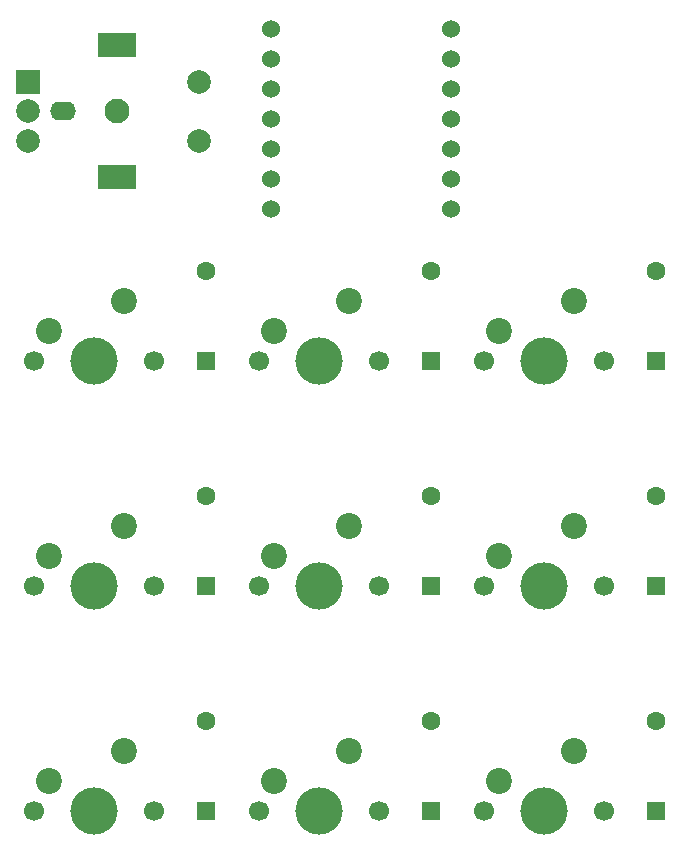
<source format=gbr>
%TF.GenerationSoftware,KiCad,Pcbnew,9.0.2*%
%TF.CreationDate,2025-06-04T18:16:37-04:00*%
%TF.ProjectId,HackpadAllan,4861636b-7061-4644-916c-6c616e2e6b69,rev?*%
%TF.SameCoordinates,Original*%
%TF.FileFunction,Soldermask,Top*%
%TF.FilePolarity,Negative*%
%FSLAX46Y46*%
G04 Gerber Fmt 4.6, Leading zero omitted, Abs format (unit mm)*
G04 Created by KiCad (PCBNEW 9.0.2) date 2025-06-04 18:16:37*
%MOMM*%
%LPD*%
G01*
G04 APERTURE LIST*
G04 Aperture macros list*
%AMRoundRect*
0 Rectangle with rounded corners*
0 $1 Rounding radius*
0 $2 $3 $4 $5 $6 $7 $8 $9 X,Y pos of 4 corners*
0 Add a 4 corners polygon primitive as box body*
4,1,4,$2,$3,$4,$5,$6,$7,$8,$9,$2,$3,0*
0 Add four circle primitives for the rounded corners*
1,1,$1+$1,$2,$3*
1,1,$1+$1,$4,$5*
1,1,$1+$1,$6,$7*
1,1,$1+$1,$8,$9*
0 Add four rect primitives between the rounded corners*
20,1,$1+$1,$2,$3,$4,$5,0*
20,1,$1+$1,$4,$5,$6,$7,0*
20,1,$1+$1,$6,$7,$8,$9,0*
20,1,$1+$1,$8,$9,$2,$3,0*%
G04 Aperture macros list end*
%ADD10RoundRect,0.250000X0.550000X-0.550000X0.550000X0.550000X-0.550000X0.550000X-0.550000X-0.550000X0*%
%ADD11C,1.600000*%
%ADD12C,2.200000*%
%ADD13C,1.700000*%
%ADD14C,4.000000*%
%ADD15C,2.000000*%
%ADD16R,3.200000X2.000000*%
%ADD17R,2.000000X2.000000*%
%ADD18C,2.100000*%
%ADD19O,2.200000X1.600000*%
%ADD20C,1.524000*%
G04 APERTURE END LIST*
D10*
%TO.C,D9*%
X178575000Y-126100000D03*
D11*
X178575000Y-118480000D03*
%TD*%
D10*
%TO.C,D8*%
X159525000Y-126100000D03*
D11*
X159525000Y-118480000D03*
%TD*%
D10*
%TO.C,D7*%
X140475000Y-126100000D03*
D11*
X140475000Y-118480000D03*
%TD*%
D10*
%TO.C,D6*%
X178575000Y-107050000D03*
D11*
X178575000Y-99430000D03*
%TD*%
D10*
%TO.C,D5*%
X159525000Y-107050000D03*
D11*
X159525000Y-99430000D03*
%TD*%
D10*
%TO.C,D4*%
X140475000Y-107050000D03*
D11*
X140475000Y-99430000D03*
%TD*%
D10*
%TO.C,D3*%
X178575000Y-88000000D03*
D11*
X178575000Y-80380000D03*
%TD*%
D10*
%TO.C,D2*%
X159525000Y-88000000D03*
D11*
X159525000Y-80380000D03*
%TD*%
D10*
%TO.C,D1*%
X140475000Y-88000000D03*
D11*
X140475000Y-80380000D03*
%TD*%
D12*
%TO.C,SW1*%
X127140000Y-85460000D03*
X133490000Y-82920000D03*
D13*
X136030000Y-88000000D03*
D14*
X130950000Y-88000000D03*
D13*
X125870000Y-88000000D03*
%TD*%
D12*
%TO.C,SW2*%
X146190000Y-85460000D03*
X152540000Y-82920000D03*
D13*
X155080000Y-88000000D03*
D14*
X150000000Y-88000000D03*
D13*
X144920000Y-88000000D03*
%TD*%
D12*
%TO.C,SW3*%
X165240000Y-85460000D03*
X171590000Y-82920000D03*
D13*
X174130000Y-88000000D03*
D14*
X169050000Y-88000000D03*
D13*
X163970000Y-88000000D03*
%TD*%
D12*
%TO.C,SW4*%
X127140000Y-104510000D03*
X133490000Y-101970000D03*
D13*
X136030000Y-107050000D03*
D14*
X130950000Y-107050000D03*
D13*
X125870000Y-107050000D03*
%TD*%
D12*
%TO.C,SW5*%
X146190000Y-104510000D03*
X152540000Y-101970000D03*
D13*
X155080000Y-107050000D03*
D14*
X150000000Y-107050000D03*
D13*
X144920000Y-107050000D03*
%TD*%
D12*
%TO.C,SW6*%
X165240000Y-104510000D03*
X171590000Y-101970000D03*
D13*
X174130000Y-107050000D03*
D14*
X169050000Y-107050000D03*
D13*
X163970000Y-107050000D03*
%TD*%
D12*
%TO.C,SW7*%
X127140000Y-123560000D03*
X133490000Y-121020000D03*
D13*
X136030000Y-126100000D03*
D14*
X130950000Y-126100000D03*
D13*
X125870000Y-126100000D03*
%TD*%
D12*
%TO.C,SW8*%
X146190000Y-123560000D03*
X152540000Y-121020000D03*
D13*
X155080000Y-126100000D03*
D14*
X150000000Y-126100000D03*
D13*
X144920000Y-126100000D03*
%TD*%
D12*
%TO.C,SW9*%
X165240000Y-123560000D03*
X171590000Y-121020000D03*
D13*
X174130000Y-126100000D03*
D14*
X169050000Y-126100000D03*
D13*
X163970000Y-126100000D03*
%TD*%
D15*
%TO.C,SW10*%
X139893750Y-64350000D03*
X139893750Y-69350000D03*
D16*
X132893750Y-72450000D03*
X132893750Y-61250000D03*
D15*
X125393750Y-66850000D03*
X125393750Y-69350000D03*
D17*
X125393750Y-64350000D03*
D18*
X132893750Y-66850000D03*
D19*
X128393750Y-66850000D03*
%TD*%
D20*
%TO.C,U1*%
X161210000Y-59868500D03*
X161210000Y-62408500D03*
X161210000Y-64948500D03*
X161210000Y-67488500D03*
X161210000Y-70028500D03*
X161210000Y-72568500D03*
X161210000Y-75108500D03*
X145970000Y-75108500D03*
X145970000Y-72568500D03*
X145970000Y-70028500D03*
X145970000Y-67488500D03*
X145970000Y-64948500D03*
X145970000Y-62408500D03*
X145970000Y-59868500D03*
%TD*%
M02*

</source>
